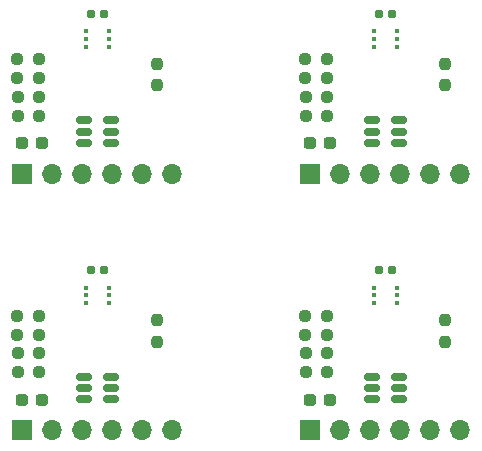
<source format=gbr>
%TF.GenerationSoftware,KiCad,Pcbnew,7.0.2-6a45011f42~172~ubuntu22.04.1*%
%TF.CreationDate,2023-07-04T10:01:32-03:00*%
%TF.ProjectId,TMP117_custom_board_panelize,544d5031-3137-45f6-9375-73746f6d5f62,rev?*%
%TF.SameCoordinates,Original*%
%TF.FileFunction,Soldermask,Top*%
%TF.FilePolarity,Negative*%
%FSLAX46Y46*%
G04 Gerber Fmt 4.6, Leading zero omitted, Abs format (unit mm)*
G04 Created by KiCad (PCBNEW 7.0.2-6a45011f42~172~ubuntu22.04.1) date 2023-07-04 10:01:32*
%MOMM*%
%LPD*%
G01*
G04 APERTURE LIST*
G04 Aperture macros list*
%AMRoundRect*
0 Rectangle with rounded corners*
0 $1 Rounding radius*
0 $2 $3 $4 $5 $6 $7 $8 $9 X,Y pos of 4 corners*
0 Add a 4 corners polygon primitive as box body*
4,1,4,$2,$3,$4,$5,$6,$7,$8,$9,$2,$3,0*
0 Add four circle primitives for the rounded corners*
1,1,$1+$1,$2,$3*
1,1,$1+$1,$4,$5*
1,1,$1+$1,$6,$7*
1,1,$1+$1,$8,$9*
0 Add four rect primitives between the rounded corners*
20,1,$1+$1,$2,$3,$4,$5,0*
20,1,$1+$1,$4,$5,$6,$7,0*
20,1,$1+$1,$6,$7,$8,$9,0*
20,1,$1+$1,$8,$9,$2,$3,0*%
G04 Aperture macros list end*
%ADD10R,1.700000X1.700000*%
%ADD11O,1.700000X1.700000*%
%ADD12R,0.449999X0.299999*%
%ADD13RoundRect,0.155000X0.212500X0.155000X-0.212500X0.155000X-0.212500X-0.155000X0.212500X-0.155000X0*%
%ADD14RoundRect,0.237500X-0.287500X-0.237500X0.287500X-0.237500X0.287500X0.237500X-0.287500X0.237500X0*%
%ADD15RoundRect,0.150000X-0.512500X-0.150000X0.512500X-0.150000X0.512500X0.150000X-0.512500X0.150000X0*%
%ADD16RoundRect,0.237500X-0.250000X-0.237500X0.250000X-0.237500X0.250000X0.237500X-0.250000X0.237500X0*%
%ADD17RoundRect,0.237500X-0.237500X0.250000X-0.237500X-0.250000X0.237500X-0.250000X0.237500X0.250000X0*%
G04 APERTURE END LIST*
D10*
%TO.C,J1*%
X129958000Y-43764000D03*
D11*
X132498000Y-43764000D03*
X135038000Y-43764000D03*
X137578000Y-43764000D03*
X140118000Y-43764000D03*
X142658000Y-43764000D03*
%TD*%
D12*
%TO.C,SENS1*%
X135333001Y-31683999D03*
X135333001Y-32334000D03*
X135333001Y-32983999D03*
X137282999Y-32983999D03*
X137282999Y-32334000D03*
X137282999Y-31683999D03*
%TD*%
D13*
%TO.C,C1*%
X161250800Y-30238200D03*
X160115800Y-30238200D03*
%TD*%
D14*
%TO.C,D1*%
X154298000Y-41168000D03*
X156048000Y-41168000D03*
%TD*%
D15*
%TO.C,PROT1*%
X159554500Y-39245000D03*
X159554500Y-40195000D03*
X159554500Y-41145000D03*
X161829500Y-41145000D03*
X161829500Y-40195000D03*
X161829500Y-39245000D03*
%TD*%
D16*
%TO.C,R3*%
X153912000Y-57372000D03*
X155737000Y-57372000D03*
%TD*%
D13*
%TO.C,C1*%
X161250800Y-51942200D03*
X160115800Y-51942200D03*
%TD*%
D10*
%TO.C,J1*%
X154342000Y-43764000D03*
D11*
X156882000Y-43764000D03*
X159422000Y-43764000D03*
X161962000Y-43764000D03*
X164502000Y-43764000D03*
X167042000Y-43764000D03*
%TD*%
D12*
%TO.C,SENS1*%
X159717001Y-53387999D03*
X159717001Y-54038000D03*
X159717001Y-54687999D03*
X161666999Y-54687999D03*
X161666999Y-54038000D03*
X161666999Y-53387999D03*
%TD*%
D16*
%TO.C,R4*%
X129528000Y-55772000D03*
X131353000Y-55772000D03*
%TD*%
D13*
%TO.C,C1*%
X136866800Y-51942200D03*
X135731800Y-51942200D03*
%TD*%
D16*
%TO.C,R2*%
X153935500Y-58972000D03*
X155760500Y-58972000D03*
%TD*%
D17*
%TO.C,R1*%
X165721200Y-34454600D03*
X165721200Y-36279600D03*
%TD*%
D12*
%TO.C,SENS1*%
X135333001Y-53387999D03*
X135333001Y-54038000D03*
X135333001Y-54687999D03*
X137282999Y-54687999D03*
X137282999Y-54038000D03*
X137282999Y-53387999D03*
%TD*%
D16*
%TO.C,R3*%
X153912000Y-35668000D03*
X155737000Y-35668000D03*
%TD*%
D17*
%TO.C,R1*%
X165721200Y-56158600D03*
X165721200Y-57983600D03*
%TD*%
D16*
%TO.C,R5*%
X129551500Y-60572000D03*
X131376500Y-60572000D03*
%TD*%
D17*
%TO.C,R1*%
X141337200Y-34454600D03*
X141337200Y-36279600D03*
%TD*%
D12*
%TO.C,SENS1*%
X159717001Y-31683999D03*
X159717001Y-32334000D03*
X159717001Y-32983999D03*
X161666999Y-32983999D03*
X161666999Y-32334000D03*
X161666999Y-31683999D03*
%TD*%
D10*
%TO.C,J1*%
X129958000Y-65468000D03*
D11*
X132498000Y-65468000D03*
X135038000Y-65468000D03*
X137578000Y-65468000D03*
X140118000Y-65468000D03*
X142658000Y-65468000D03*
%TD*%
D16*
%TO.C,R4*%
X153912000Y-55772000D03*
X155737000Y-55772000D03*
%TD*%
D17*
%TO.C,R1*%
X141337200Y-56158600D03*
X141337200Y-57983600D03*
%TD*%
D16*
%TO.C,R5*%
X129551500Y-38868000D03*
X131376500Y-38868000D03*
%TD*%
D14*
%TO.C,D1*%
X154298000Y-62872000D03*
X156048000Y-62872000D03*
%TD*%
D16*
%TO.C,R2*%
X129551500Y-37268000D03*
X131376500Y-37268000D03*
%TD*%
%TO.C,R4*%
X153912000Y-34068000D03*
X155737000Y-34068000D03*
%TD*%
%TO.C,R5*%
X153935500Y-60572000D03*
X155760500Y-60572000D03*
%TD*%
%TO.C,R3*%
X129528000Y-35668000D03*
X131353000Y-35668000D03*
%TD*%
D14*
%TO.C,D1*%
X129914000Y-41168000D03*
X131664000Y-41168000D03*
%TD*%
D10*
%TO.C,J1*%
X154342000Y-65468000D03*
D11*
X156882000Y-65468000D03*
X159422000Y-65468000D03*
X161962000Y-65468000D03*
X164502000Y-65468000D03*
X167042000Y-65468000D03*
%TD*%
D16*
%TO.C,R4*%
X129528000Y-34068000D03*
X131353000Y-34068000D03*
%TD*%
%TO.C,R2*%
X129551500Y-58972000D03*
X131376500Y-58972000D03*
%TD*%
%TO.C,R3*%
X129528000Y-57372000D03*
X131353000Y-57372000D03*
%TD*%
D15*
%TO.C,PROT1*%
X135170500Y-39245000D03*
X135170500Y-40195000D03*
X135170500Y-41145000D03*
X137445500Y-41145000D03*
X137445500Y-40195000D03*
X137445500Y-39245000D03*
%TD*%
D14*
%TO.C,D1*%
X129914000Y-62872000D03*
X131664000Y-62872000D03*
%TD*%
D13*
%TO.C,C1*%
X136866800Y-30238200D03*
X135731800Y-30238200D03*
%TD*%
D15*
%TO.C,PROT1*%
X159554500Y-60949000D03*
X159554500Y-61899000D03*
X159554500Y-62849000D03*
X161829500Y-62849000D03*
X161829500Y-61899000D03*
X161829500Y-60949000D03*
%TD*%
D16*
%TO.C,R5*%
X153935500Y-38868000D03*
X155760500Y-38868000D03*
%TD*%
%TO.C,R2*%
X153935500Y-37268000D03*
X155760500Y-37268000D03*
%TD*%
D15*
%TO.C,PROT1*%
X135170500Y-60949000D03*
X135170500Y-61899000D03*
X135170500Y-62849000D03*
X137445500Y-62849000D03*
X137445500Y-61899000D03*
X137445500Y-60949000D03*
%TD*%
M02*

</source>
